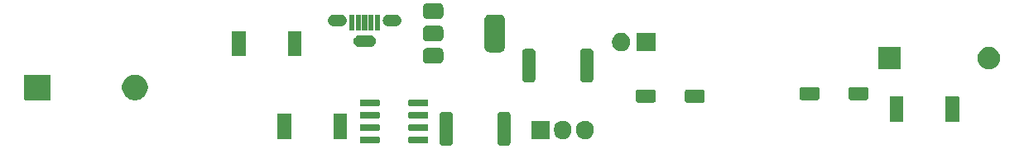
<source format=gbr>
%TF.GenerationSoftware,KiCad,Pcbnew,9.0.0*%
%TF.CreationDate,2025-04-02T18:46:55+01:00*%
%TF.ProjectId,Wireless_power_Transfer,57697265-6c65-4737-935f-706f7765725f,rev?*%
%TF.SameCoordinates,Original*%
%TF.FileFunction,Soldermask,Top*%
%TF.FilePolarity,Negative*%
%FSLAX46Y46*%
G04 Gerber Fmt 4.6, Leading zero omitted, Abs format (unit mm)*
G04 Created by KiCad (PCBNEW 9.0.0) date 2025-04-02 18:46:55*
%MOMM*%
%LPD*%
G01*
G04 APERTURE LIST*
G04 APERTURE END LIST*
G36*
X151006185Y-116032969D02*
G01*
X151014858Y-116036798D01*
X151022425Y-116037901D01*
X151069723Y-116061023D01*
X151107041Y-116077501D01*
X151110496Y-116080956D01*
X151111420Y-116081408D01*
X151181091Y-116151079D01*
X151181542Y-116152002D01*
X151184999Y-116155459D01*
X151201478Y-116192782D01*
X151224598Y-116240073D01*
X151225700Y-116247639D01*
X151229531Y-116256315D01*
X151237500Y-116325000D01*
X151237500Y-119175000D01*
X151229531Y-119243685D01*
X151225699Y-119252361D01*
X151224598Y-119259925D01*
X151201485Y-119307202D01*
X151184999Y-119344541D01*
X151181541Y-119347998D01*
X151181091Y-119348920D01*
X151111420Y-119418591D01*
X151110498Y-119419041D01*
X151107041Y-119422499D01*
X151069707Y-119438983D01*
X151022426Y-119462098D01*
X151014861Y-119463200D01*
X151006185Y-119467031D01*
X150937500Y-119475000D01*
X150212500Y-119475000D01*
X150143815Y-119467031D01*
X150135138Y-119463200D01*
X150127574Y-119462098D01*
X150080287Y-119438981D01*
X150042959Y-119422499D01*
X150039502Y-119419042D01*
X150038579Y-119418591D01*
X149968908Y-119348920D01*
X149968456Y-119347996D01*
X149965001Y-119344541D01*
X149948525Y-119307228D01*
X149925401Y-119259926D01*
X149924298Y-119252357D01*
X149920469Y-119243685D01*
X149912500Y-119175000D01*
X149912500Y-116325000D01*
X149920469Y-116256315D01*
X149924298Y-116247642D01*
X149925401Y-116240074D01*
X149948528Y-116192766D01*
X149965001Y-116155459D01*
X149968455Y-116152004D01*
X149968908Y-116151079D01*
X150038579Y-116081408D01*
X150039504Y-116080955D01*
X150042959Y-116077501D01*
X150080261Y-116061030D01*
X150127573Y-116037901D01*
X150135142Y-116036798D01*
X150143815Y-116032969D01*
X150212500Y-116025000D01*
X150937500Y-116025000D01*
X151006185Y-116032969D01*
G37*
G36*
X156931185Y-116032969D02*
G01*
X156939858Y-116036798D01*
X156947425Y-116037901D01*
X156994723Y-116061023D01*
X157032041Y-116077501D01*
X157035496Y-116080956D01*
X157036420Y-116081408D01*
X157106091Y-116151079D01*
X157106542Y-116152002D01*
X157109999Y-116155459D01*
X157126478Y-116192782D01*
X157149598Y-116240073D01*
X157150700Y-116247639D01*
X157154531Y-116256315D01*
X157162500Y-116325000D01*
X157162500Y-119175000D01*
X157154531Y-119243685D01*
X157150699Y-119252361D01*
X157149598Y-119259925D01*
X157126485Y-119307202D01*
X157109999Y-119344541D01*
X157106541Y-119347998D01*
X157106091Y-119348920D01*
X157036420Y-119418591D01*
X157035498Y-119419041D01*
X157032041Y-119422499D01*
X156994707Y-119438983D01*
X156947426Y-119462098D01*
X156939861Y-119463200D01*
X156931185Y-119467031D01*
X156862500Y-119475000D01*
X156137500Y-119475000D01*
X156068815Y-119467031D01*
X156060138Y-119463200D01*
X156052574Y-119462098D01*
X156005287Y-119438981D01*
X155967959Y-119422499D01*
X155964502Y-119419042D01*
X155963579Y-119418591D01*
X155893908Y-119348920D01*
X155893456Y-119347996D01*
X155890001Y-119344541D01*
X155873525Y-119307228D01*
X155850401Y-119259926D01*
X155849298Y-119252357D01*
X155845469Y-119243685D01*
X155837500Y-119175000D01*
X155837500Y-116325000D01*
X155845469Y-116256315D01*
X155849298Y-116247642D01*
X155850401Y-116240074D01*
X155873528Y-116192766D01*
X155890001Y-116155459D01*
X155893455Y-116152004D01*
X155893908Y-116151079D01*
X155963579Y-116081408D01*
X155964504Y-116080955D01*
X155967959Y-116077501D01*
X156005261Y-116061030D01*
X156052573Y-116037901D01*
X156060142Y-116036798D01*
X156068815Y-116032969D01*
X156137500Y-116025000D01*
X156862500Y-116025000D01*
X156931185Y-116032969D01*
G37*
G36*
X143676537Y-118570224D02*
G01*
X143741421Y-118613579D01*
X143784776Y-118678463D01*
X143800000Y-118755000D01*
X143800000Y-119055000D01*
X143784776Y-119131537D01*
X143741421Y-119196421D01*
X143676537Y-119239776D01*
X143600000Y-119255000D01*
X141950000Y-119255000D01*
X141873463Y-119239776D01*
X141808579Y-119196421D01*
X141765224Y-119131537D01*
X141750000Y-119055000D01*
X141750000Y-118755000D01*
X141765224Y-118678463D01*
X141808579Y-118613579D01*
X141873463Y-118570224D01*
X141950000Y-118555000D01*
X143600000Y-118555000D01*
X143676537Y-118570224D01*
G37*
G36*
X148626537Y-118570224D02*
G01*
X148691421Y-118613579D01*
X148734776Y-118678463D01*
X148750000Y-118755000D01*
X148750000Y-119055000D01*
X148734776Y-119131537D01*
X148691421Y-119196421D01*
X148626537Y-119239776D01*
X148550000Y-119255000D01*
X146900000Y-119255000D01*
X146823463Y-119239776D01*
X146758579Y-119196421D01*
X146715224Y-119131537D01*
X146700000Y-119055000D01*
X146700000Y-118755000D01*
X146715224Y-118678463D01*
X146758579Y-118613579D01*
X146823463Y-118570224D01*
X146900000Y-118555000D01*
X148550000Y-118555000D01*
X148626537Y-118570224D01*
G37*
G36*
X161099134Y-116928806D02*
G01*
X161115355Y-116939645D01*
X161126194Y-116955866D01*
X161130000Y-116975000D01*
X161130000Y-118775000D01*
X161126194Y-118794134D01*
X161115355Y-118810355D01*
X161099134Y-118821194D01*
X161080000Y-118825000D01*
X159370000Y-118825000D01*
X159350866Y-118821194D01*
X159334645Y-118810355D01*
X159323806Y-118794134D01*
X159320000Y-118775000D01*
X159320000Y-116975000D01*
X159323806Y-116955866D01*
X159334645Y-116939645D01*
X159350866Y-116928806D01*
X159370000Y-116925000D01*
X161080000Y-116925000D01*
X161099134Y-116928806D01*
G37*
G36*
X162767708Y-116963969D02*
G01*
X162931614Y-117031861D01*
X163079126Y-117130426D01*
X163204574Y-117255874D01*
X163303139Y-117403386D01*
X163371031Y-117567292D01*
X163405642Y-117741294D01*
X163410000Y-117830000D01*
X163410000Y-117920000D01*
X163405642Y-118008706D01*
X163371031Y-118182708D01*
X163303139Y-118346614D01*
X163204574Y-118494126D01*
X163079126Y-118619574D01*
X162931614Y-118718139D01*
X162767708Y-118786031D01*
X162593706Y-118820642D01*
X162416294Y-118820642D01*
X162242292Y-118786031D01*
X162078386Y-118718139D01*
X161930874Y-118619574D01*
X161805426Y-118494126D01*
X161706861Y-118346614D01*
X161638969Y-118182708D01*
X161604358Y-118008706D01*
X161600000Y-117920000D01*
X161600000Y-117830000D01*
X161604358Y-117741294D01*
X161638969Y-117567292D01*
X161706861Y-117403386D01*
X161805426Y-117255874D01*
X161930874Y-117130426D01*
X162078386Y-117031861D01*
X162242292Y-116963969D01*
X162416294Y-116929358D01*
X162593706Y-116929358D01*
X162767708Y-116963969D01*
G37*
G36*
X165047708Y-116963969D02*
G01*
X165211614Y-117031861D01*
X165359126Y-117130426D01*
X165484574Y-117255874D01*
X165583139Y-117403386D01*
X165651031Y-117567292D01*
X165685642Y-117741294D01*
X165690000Y-117830000D01*
X165690000Y-117920000D01*
X165685642Y-118008706D01*
X165651031Y-118182708D01*
X165583139Y-118346614D01*
X165484574Y-118494126D01*
X165359126Y-118619574D01*
X165211614Y-118718139D01*
X165047708Y-118786031D01*
X164873706Y-118820642D01*
X164696294Y-118820642D01*
X164522292Y-118786031D01*
X164358386Y-118718139D01*
X164210874Y-118619574D01*
X164085426Y-118494126D01*
X163986861Y-118346614D01*
X163918969Y-118182708D01*
X163884358Y-118008706D01*
X163880000Y-117920000D01*
X163880000Y-117830000D01*
X163884358Y-117741294D01*
X163918969Y-117567292D01*
X163986861Y-117403386D01*
X164085426Y-117255874D01*
X164210874Y-117130426D01*
X164358386Y-117031861D01*
X164522292Y-116963969D01*
X164696294Y-116929358D01*
X164873706Y-116929358D01*
X165047708Y-116963969D01*
G37*
G36*
X134719134Y-116203806D02*
G01*
X134735355Y-116214645D01*
X134746194Y-116230866D01*
X134750000Y-116250000D01*
X134750000Y-118750000D01*
X134746194Y-118769134D01*
X134735355Y-118785355D01*
X134719134Y-118796194D01*
X134700000Y-118800000D01*
X133400000Y-118800000D01*
X133380866Y-118796194D01*
X133364645Y-118785355D01*
X133353806Y-118769134D01*
X133350000Y-118750000D01*
X133350000Y-116250000D01*
X133353806Y-116230866D01*
X133364645Y-116214645D01*
X133380866Y-116203806D01*
X133400000Y-116200000D01*
X134700000Y-116200000D01*
X134719134Y-116203806D01*
G37*
G36*
X140419134Y-116203806D02*
G01*
X140435355Y-116214645D01*
X140446194Y-116230866D01*
X140450000Y-116250000D01*
X140450000Y-118750000D01*
X140446194Y-118769134D01*
X140435355Y-118785355D01*
X140419134Y-118796194D01*
X140400000Y-118800000D01*
X139100000Y-118800000D01*
X139080866Y-118796194D01*
X139064645Y-118785355D01*
X139053806Y-118769134D01*
X139050000Y-118750000D01*
X139050000Y-116250000D01*
X139053806Y-116230866D01*
X139064645Y-116214645D01*
X139080866Y-116203806D01*
X139100000Y-116200000D01*
X140400000Y-116200000D01*
X140419134Y-116203806D01*
G37*
G36*
X143676537Y-117300224D02*
G01*
X143741421Y-117343579D01*
X143784776Y-117408463D01*
X143800000Y-117485000D01*
X143800000Y-117785000D01*
X143784776Y-117861537D01*
X143741421Y-117926421D01*
X143676537Y-117969776D01*
X143600000Y-117985000D01*
X141950000Y-117985000D01*
X141873463Y-117969776D01*
X141808579Y-117926421D01*
X141765224Y-117861537D01*
X141750000Y-117785000D01*
X141750000Y-117485000D01*
X141765224Y-117408463D01*
X141808579Y-117343579D01*
X141873463Y-117300224D01*
X141950000Y-117285000D01*
X143600000Y-117285000D01*
X143676537Y-117300224D01*
G37*
G36*
X148626537Y-117300224D02*
G01*
X148691421Y-117343579D01*
X148734776Y-117408463D01*
X148750000Y-117485000D01*
X148750000Y-117785000D01*
X148734776Y-117861537D01*
X148691421Y-117926421D01*
X148626537Y-117969776D01*
X148550000Y-117985000D01*
X146900000Y-117985000D01*
X146823463Y-117969776D01*
X146758579Y-117926421D01*
X146715224Y-117861537D01*
X146700000Y-117785000D01*
X146700000Y-117485000D01*
X146715224Y-117408463D01*
X146758579Y-117343579D01*
X146823463Y-117300224D01*
X146900000Y-117285000D01*
X148550000Y-117285000D01*
X148626537Y-117300224D01*
G37*
G36*
X197319134Y-114453806D02*
G01*
X197335355Y-114464645D01*
X197346194Y-114480866D01*
X197350000Y-114500000D01*
X197350000Y-117000000D01*
X197346194Y-117019134D01*
X197335355Y-117035355D01*
X197319134Y-117046194D01*
X197300000Y-117050000D01*
X196000000Y-117050000D01*
X195980866Y-117046194D01*
X195964645Y-117035355D01*
X195953806Y-117019134D01*
X195950000Y-117000000D01*
X195950000Y-114500000D01*
X195953806Y-114480866D01*
X195964645Y-114464645D01*
X195980866Y-114453806D01*
X196000000Y-114450000D01*
X197300000Y-114450000D01*
X197319134Y-114453806D01*
G37*
G36*
X203019134Y-114453806D02*
G01*
X203035355Y-114464645D01*
X203046194Y-114480866D01*
X203050000Y-114500000D01*
X203050000Y-117000000D01*
X203046194Y-117019134D01*
X203035355Y-117035355D01*
X203019134Y-117046194D01*
X203000000Y-117050000D01*
X201700000Y-117050000D01*
X201680866Y-117046194D01*
X201664645Y-117035355D01*
X201653806Y-117019134D01*
X201650000Y-117000000D01*
X201650000Y-114500000D01*
X201653806Y-114480866D01*
X201664645Y-114464645D01*
X201680866Y-114453806D01*
X201700000Y-114450000D01*
X203000000Y-114450000D01*
X203019134Y-114453806D01*
G37*
G36*
X143676537Y-116030224D02*
G01*
X143741421Y-116073579D01*
X143784776Y-116138463D01*
X143800000Y-116215000D01*
X143800000Y-116515000D01*
X143784776Y-116591537D01*
X143741421Y-116656421D01*
X143676537Y-116699776D01*
X143600000Y-116715000D01*
X141950000Y-116715000D01*
X141873463Y-116699776D01*
X141808579Y-116656421D01*
X141765224Y-116591537D01*
X141750000Y-116515000D01*
X141750000Y-116215000D01*
X141765224Y-116138463D01*
X141808579Y-116073579D01*
X141873463Y-116030224D01*
X141950000Y-116015000D01*
X143600000Y-116015000D01*
X143676537Y-116030224D01*
G37*
G36*
X148626537Y-116030224D02*
G01*
X148691421Y-116073579D01*
X148734776Y-116138463D01*
X148750000Y-116215000D01*
X148750000Y-116515000D01*
X148734776Y-116591537D01*
X148691421Y-116656421D01*
X148626537Y-116699776D01*
X148550000Y-116715000D01*
X146900000Y-116715000D01*
X146823463Y-116699776D01*
X146758579Y-116656421D01*
X146715224Y-116591537D01*
X146700000Y-116515000D01*
X146700000Y-116215000D01*
X146715224Y-116138463D01*
X146758579Y-116073579D01*
X146823463Y-116030224D01*
X146900000Y-116015000D01*
X148550000Y-116015000D01*
X148626537Y-116030224D01*
G37*
G36*
X143676537Y-114760224D02*
G01*
X143741421Y-114803579D01*
X143784776Y-114868463D01*
X143800000Y-114945000D01*
X143800000Y-115245000D01*
X143784776Y-115321537D01*
X143741421Y-115386421D01*
X143676537Y-115429776D01*
X143600000Y-115445000D01*
X141950000Y-115445000D01*
X141873463Y-115429776D01*
X141808579Y-115386421D01*
X141765224Y-115321537D01*
X141750000Y-115245000D01*
X141750000Y-114945000D01*
X141765224Y-114868463D01*
X141808579Y-114803579D01*
X141873463Y-114760224D01*
X141950000Y-114745000D01*
X143600000Y-114745000D01*
X143676537Y-114760224D01*
G37*
G36*
X148626537Y-114760224D02*
G01*
X148691421Y-114803579D01*
X148734776Y-114868463D01*
X148750000Y-114945000D01*
X148750000Y-115245000D01*
X148734776Y-115321537D01*
X148691421Y-115386421D01*
X148626537Y-115429776D01*
X148550000Y-115445000D01*
X146900000Y-115445000D01*
X146823463Y-115429776D01*
X146758579Y-115386421D01*
X146715224Y-115321537D01*
X146700000Y-115245000D01*
X146700000Y-114945000D01*
X146715224Y-114868463D01*
X146758579Y-114803579D01*
X146823463Y-114760224D01*
X146900000Y-114745000D01*
X148550000Y-114745000D01*
X148626537Y-114760224D01*
G37*
G36*
X171766046Y-113715023D02*
G01*
X171815233Y-113720730D01*
X171832039Y-113728150D01*
X171854035Y-113732526D01*
X171877581Y-113748259D01*
X171897425Y-113757021D01*
X171910978Y-113770574D01*
X171932059Y-113784660D01*
X171946144Y-113805740D01*
X171959697Y-113819293D01*
X171968457Y-113839134D01*
X171984193Y-113862684D01*
X171988568Y-113884681D01*
X171995988Y-113901485D01*
X172001692Y-113950661D01*
X172002500Y-113954719D01*
X172002500Y-114843719D01*
X172001692Y-114847777D01*
X171995988Y-114896952D01*
X171988568Y-114913754D01*
X171984193Y-114935754D01*
X171968456Y-114959305D01*
X171959697Y-114979144D01*
X171946146Y-114992694D01*
X171932059Y-115013778D01*
X171910975Y-115027865D01*
X171897425Y-115041416D01*
X171877586Y-115050175D01*
X171854035Y-115065912D01*
X171832035Y-115070287D01*
X171815233Y-115077707D01*
X171766058Y-115083411D01*
X171762000Y-115084219D01*
X170238000Y-115084219D01*
X170233942Y-115083411D01*
X170184766Y-115077707D01*
X170167962Y-115070287D01*
X170145965Y-115065912D01*
X170122415Y-115050176D01*
X170102574Y-115041416D01*
X170089021Y-115027863D01*
X170067941Y-115013778D01*
X170053855Y-114992697D01*
X170040302Y-114979144D01*
X170031540Y-114959300D01*
X170015807Y-114935754D01*
X170011431Y-114913758D01*
X170004011Y-114896952D01*
X169998304Y-114847765D01*
X169997500Y-114843719D01*
X169997500Y-113954719D01*
X169998304Y-113950673D01*
X170004011Y-113901485D01*
X170011432Y-113884677D01*
X170015807Y-113862684D01*
X170031539Y-113839139D01*
X170040302Y-113819293D01*
X170053857Y-113805737D01*
X170067941Y-113784660D01*
X170089018Y-113770576D01*
X170102574Y-113757021D01*
X170122420Y-113748258D01*
X170145965Y-113732526D01*
X170167958Y-113728151D01*
X170184766Y-113720730D01*
X170233954Y-113715023D01*
X170238000Y-113714219D01*
X171762000Y-113714219D01*
X171766046Y-113715023D01*
G37*
G36*
X176766046Y-113715023D02*
G01*
X176815233Y-113720730D01*
X176832039Y-113728150D01*
X176854035Y-113732526D01*
X176877581Y-113748259D01*
X176897425Y-113757021D01*
X176910978Y-113770574D01*
X176932059Y-113784660D01*
X176946144Y-113805740D01*
X176959697Y-113819293D01*
X176968457Y-113839134D01*
X176984193Y-113862684D01*
X176988568Y-113884681D01*
X176995988Y-113901485D01*
X177001692Y-113950661D01*
X177002500Y-113954719D01*
X177002500Y-114843719D01*
X177001692Y-114847777D01*
X176995988Y-114896952D01*
X176988568Y-114913754D01*
X176984193Y-114935754D01*
X176968456Y-114959305D01*
X176959697Y-114979144D01*
X176946146Y-114992694D01*
X176932059Y-115013778D01*
X176910975Y-115027865D01*
X176897425Y-115041416D01*
X176877586Y-115050175D01*
X176854035Y-115065912D01*
X176832035Y-115070287D01*
X176815233Y-115077707D01*
X176766058Y-115083411D01*
X176762000Y-115084219D01*
X175238000Y-115084219D01*
X175233942Y-115083411D01*
X175184766Y-115077707D01*
X175167962Y-115070287D01*
X175145965Y-115065912D01*
X175122415Y-115050176D01*
X175102574Y-115041416D01*
X175089021Y-115027863D01*
X175067941Y-115013778D01*
X175053855Y-114992697D01*
X175040302Y-114979144D01*
X175031540Y-114959300D01*
X175015807Y-114935754D01*
X175011431Y-114913758D01*
X175004011Y-114896952D01*
X174998304Y-114847765D01*
X174997500Y-114843719D01*
X174997500Y-113954719D01*
X174998304Y-113950673D01*
X175004011Y-113901485D01*
X175011432Y-113884677D01*
X175015807Y-113862684D01*
X175031539Y-113839139D01*
X175040302Y-113819293D01*
X175053857Y-113805737D01*
X175067941Y-113784660D01*
X175089018Y-113770576D01*
X175102574Y-113757021D01*
X175122420Y-113748258D01*
X175145965Y-113732526D01*
X175167958Y-113728151D01*
X175184766Y-113720730D01*
X175233954Y-113715023D01*
X175238000Y-113714219D01*
X176762000Y-113714219D01*
X176766046Y-113715023D01*
G37*
G36*
X188516046Y-113465023D02*
G01*
X188565233Y-113470730D01*
X188582039Y-113478150D01*
X188604035Y-113482526D01*
X188627581Y-113498259D01*
X188647425Y-113507021D01*
X188660978Y-113520574D01*
X188682059Y-113534660D01*
X188696144Y-113555740D01*
X188709697Y-113569293D01*
X188718457Y-113589134D01*
X188734193Y-113612684D01*
X188738568Y-113634681D01*
X188745988Y-113651485D01*
X188751692Y-113700661D01*
X188752500Y-113704719D01*
X188752500Y-114593719D01*
X188751692Y-114597777D01*
X188745988Y-114646952D01*
X188738568Y-114663754D01*
X188734193Y-114685754D01*
X188718456Y-114709305D01*
X188709697Y-114729144D01*
X188696146Y-114742694D01*
X188682059Y-114763778D01*
X188660975Y-114777865D01*
X188647425Y-114791416D01*
X188627586Y-114800175D01*
X188604035Y-114815912D01*
X188582035Y-114820287D01*
X188565233Y-114827707D01*
X188516058Y-114833411D01*
X188512000Y-114834219D01*
X186988000Y-114834219D01*
X186983942Y-114833411D01*
X186934766Y-114827707D01*
X186917962Y-114820287D01*
X186895965Y-114815912D01*
X186872415Y-114800176D01*
X186852574Y-114791416D01*
X186839021Y-114777863D01*
X186817941Y-114763778D01*
X186803855Y-114742697D01*
X186790302Y-114729144D01*
X186781540Y-114709300D01*
X186765807Y-114685754D01*
X186761431Y-114663758D01*
X186754011Y-114646952D01*
X186748304Y-114597765D01*
X186747500Y-114593719D01*
X186747500Y-113704719D01*
X186748304Y-113700673D01*
X186754011Y-113651485D01*
X186761432Y-113634677D01*
X186765807Y-113612684D01*
X186781539Y-113589139D01*
X186790302Y-113569293D01*
X186803857Y-113555737D01*
X186817941Y-113534660D01*
X186839018Y-113520576D01*
X186852574Y-113507021D01*
X186872420Y-113498258D01*
X186895965Y-113482526D01*
X186917958Y-113478151D01*
X186934766Y-113470730D01*
X186983954Y-113465023D01*
X186988000Y-113464219D01*
X188512000Y-113464219D01*
X188516046Y-113465023D01*
G37*
G36*
X193516046Y-113465023D02*
G01*
X193565233Y-113470730D01*
X193582039Y-113478150D01*
X193604035Y-113482526D01*
X193627581Y-113498259D01*
X193647425Y-113507021D01*
X193660978Y-113520574D01*
X193682059Y-113534660D01*
X193696144Y-113555740D01*
X193709697Y-113569293D01*
X193718457Y-113589134D01*
X193734193Y-113612684D01*
X193738568Y-113634681D01*
X193745988Y-113651485D01*
X193751692Y-113700661D01*
X193752500Y-113704719D01*
X193752500Y-114593719D01*
X193751692Y-114597777D01*
X193745988Y-114646952D01*
X193738568Y-114663754D01*
X193734193Y-114685754D01*
X193718456Y-114709305D01*
X193709697Y-114729144D01*
X193696146Y-114742694D01*
X193682059Y-114763778D01*
X193660975Y-114777865D01*
X193647425Y-114791416D01*
X193627586Y-114800175D01*
X193604035Y-114815912D01*
X193582035Y-114820287D01*
X193565233Y-114827707D01*
X193516058Y-114833411D01*
X193512000Y-114834219D01*
X191988000Y-114834219D01*
X191983942Y-114833411D01*
X191934766Y-114827707D01*
X191917962Y-114820287D01*
X191895965Y-114815912D01*
X191872415Y-114800176D01*
X191852574Y-114791416D01*
X191839021Y-114777863D01*
X191817941Y-114763778D01*
X191803855Y-114742697D01*
X191790302Y-114729144D01*
X191781540Y-114709300D01*
X191765807Y-114685754D01*
X191761431Y-114663758D01*
X191754011Y-114646952D01*
X191748304Y-114597765D01*
X191747500Y-114593719D01*
X191747500Y-113704719D01*
X191748304Y-113700673D01*
X191754011Y-113651485D01*
X191761432Y-113634677D01*
X191765807Y-113612684D01*
X191781539Y-113589139D01*
X191790302Y-113569293D01*
X191803857Y-113555737D01*
X191817941Y-113534660D01*
X191839018Y-113520576D01*
X191852574Y-113507021D01*
X191872420Y-113498258D01*
X191895965Y-113482526D01*
X191917958Y-113478151D01*
X191934766Y-113470730D01*
X191983954Y-113465023D01*
X191988000Y-113464219D01*
X193512000Y-113464219D01*
X193516046Y-113465023D01*
G37*
G36*
X110056934Y-112183806D02*
G01*
X110073155Y-112194645D01*
X110083994Y-112210866D01*
X110087800Y-112230000D01*
X110087800Y-114770000D01*
X110083994Y-114789134D01*
X110073155Y-114805355D01*
X110056934Y-114816194D01*
X110037800Y-114820000D01*
X107497800Y-114820000D01*
X107478666Y-114816194D01*
X107462445Y-114805355D01*
X107451606Y-114789134D01*
X107447800Y-114770000D01*
X107447800Y-112230000D01*
X107451606Y-112210866D01*
X107462445Y-112194645D01*
X107478666Y-112183806D01*
X107497800Y-112180000D01*
X110037800Y-112180000D01*
X110056934Y-112183806D01*
G37*
G36*
X119058148Y-112216472D02*
G01*
X119255142Y-112280479D01*
X119439698Y-112374515D01*
X119607271Y-112496264D01*
X119753736Y-112642729D01*
X119875485Y-112810302D01*
X119969521Y-112994858D01*
X120033528Y-113191852D01*
X120065931Y-113396434D01*
X120065931Y-113603566D01*
X120033528Y-113808148D01*
X119969521Y-114005142D01*
X119875485Y-114189698D01*
X119753736Y-114357271D01*
X119607271Y-114503736D01*
X119439698Y-114625485D01*
X119255142Y-114719521D01*
X119058148Y-114783528D01*
X118853566Y-114815931D01*
X118646434Y-114815931D01*
X118441852Y-114783528D01*
X118244858Y-114719521D01*
X118060302Y-114625485D01*
X117892729Y-114503736D01*
X117746264Y-114357271D01*
X117624515Y-114189698D01*
X117530479Y-114005142D01*
X117466472Y-113808148D01*
X117434069Y-113603566D01*
X117434069Y-113396434D01*
X117466472Y-113191852D01*
X117530479Y-112994858D01*
X117624515Y-112810302D01*
X117746264Y-112642729D01*
X117892729Y-112496264D01*
X118060302Y-112374515D01*
X118244858Y-112280479D01*
X118441852Y-112216472D01*
X118646434Y-112184069D01*
X118853566Y-112184069D01*
X119058148Y-112216472D01*
G37*
G36*
X159468685Y-109532969D02*
G01*
X159477358Y-109536798D01*
X159484925Y-109537901D01*
X159532223Y-109561023D01*
X159569541Y-109577501D01*
X159572996Y-109580956D01*
X159573920Y-109581408D01*
X159643591Y-109651079D01*
X159644042Y-109652002D01*
X159647499Y-109655459D01*
X159663978Y-109692782D01*
X159687098Y-109740073D01*
X159688200Y-109747639D01*
X159692031Y-109756315D01*
X159700000Y-109825000D01*
X159700000Y-112675000D01*
X159692031Y-112743685D01*
X159688199Y-112752361D01*
X159687098Y-112759925D01*
X159663985Y-112807202D01*
X159647499Y-112844541D01*
X159644041Y-112847998D01*
X159643591Y-112848920D01*
X159573920Y-112918591D01*
X159572998Y-112919041D01*
X159569541Y-112922499D01*
X159532207Y-112938983D01*
X159484926Y-112962098D01*
X159477361Y-112963200D01*
X159468685Y-112967031D01*
X159400000Y-112975000D01*
X158675000Y-112975000D01*
X158606315Y-112967031D01*
X158597638Y-112963200D01*
X158590074Y-112962098D01*
X158542787Y-112938981D01*
X158505459Y-112922499D01*
X158502002Y-112919042D01*
X158501079Y-112918591D01*
X158431408Y-112848920D01*
X158430956Y-112847996D01*
X158427501Y-112844541D01*
X158411025Y-112807228D01*
X158387901Y-112759926D01*
X158386798Y-112752357D01*
X158382969Y-112743685D01*
X158375000Y-112675000D01*
X158375000Y-109825000D01*
X158382969Y-109756315D01*
X158386798Y-109747642D01*
X158387901Y-109740074D01*
X158411028Y-109692766D01*
X158427501Y-109655459D01*
X158430955Y-109652004D01*
X158431408Y-109651079D01*
X158501079Y-109581408D01*
X158502004Y-109580955D01*
X158505459Y-109577501D01*
X158542761Y-109561030D01*
X158590073Y-109537901D01*
X158597642Y-109536798D01*
X158606315Y-109532969D01*
X158675000Y-109525000D01*
X159400000Y-109525000D01*
X159468685Y-109532969D01*
G37*
G36*
X165393685Y-109532969D02*
G01*
X165402358Y-109536798D01*
X165409925Y-109537901D01*
X165457223Y-109561023D01*
X165494541Y-109577501D01*
X165497996Y-109580956D01*
X165498920Y-109581408D01*
X165568591Y-109651079D01*
X165569042Y-109652002D01*
X165572499Y-109655459D01*
X165588978Y-109692782D01*
X165612098Y-109740073D01*
X165613200Y-109747639D01*
X165617031Y-109756315D01*
X165625000Y-109825000D01*
X165625000Y-112675000D01*
X165617031Y-112743685D01*
X165613199Y-112752361D01*
X165612098Y-112759925D01*
X165588985Y-112807202D01*
X165572499Y-112844541D01*
X165569041Y-112847998D01*
X165568591Y-112848920D01*
X165498920Y-112918591D01*
X165497998Y-112919041D01*
X165494541Y-112922499D01*
X165457207Y-112938983D01*
X165409926Y-112962098D01*
X165402361Y-112963200D01*
X165393685Y-112967031D01*
X165325000Y-112975000D01*
X164600000Y-112975000D01*
X164531315Y-112967031D01*
X164522638Y-112963200D01*
X164515074Y-112962098D01*
X164467787Y-112938981D01*
X164430459Y-112922499D01*
X164427002Y-112919042D01*
X164426079Y-112918591D01*
X164356408Y-112848920D01*
X164355956Y-112847996D01*
X164352501Y-112844541D01*
X164336025Y-112807228D01*
X164312901Y-112759926D01*
X164311798Y-112752357D01*
X164307969Y-112743685D01*
X164300000Y-112675000D01*
X164300000Y-109825000D01*
X164307969Y-109756315D01*
X164311798Y-109747642D01*
X164312901Y-109740074D01*
X164336028Y-109692766D01*
X164352501Y-109655459D01*
X164355955Y-109652004D01*
X164356408Y-109651079D01*
X164426079Y-109581408D01*
X164427004Y-109580955D01*
X164430459Y-109577501D01*
X164467761Y-109561030D01*
X164515073Y-109537901D01*
X164522642Y-109536798D01*
X164531315Y-109532969D01*
X164600000Y-109525000D01*
X165325000Y-109525000D01*
X165393685Y-109532969D01*
G37*
G36*
X197039134Y-109353806D02*
G01*
X197055355Y-109364645D01*
X197066194Y-109380866D01*
X197070000Y-109400000D01*
X197070000Y-111600000D01*
X197066194Y-111619134D01*
X197055355Y-111635355D01*
X197039134Y-111646194D01*
X197020000Y-111650000D01*
X194820000Y-111650000D01*
X194800866Y-111646194D01*
X194784645Y-111635355D01*
X194773806Y-111619134D01*
X194770000Y-111600000D01*
X194770000Y-109400000D01*
X194773806Y-109380866D01*
X194784645Y-109364645D01*
X194800866Y-109353806D01*
X194820000Y-109350000D01*
X197020000Y-109350000D01*
X197039134Y-109353806D01*
G37*
G36*
X206348462Y-109381775D02*
G01*
X206520086Y-109437539D01*
X206680873Y-109519464D01*
X206826865Y-109625533D01*
X206954467Y-109753135D01*
X207060536Y-109899127D01*
X207142461Y-110059914D01*
X207198225Y-110231538D01*
X207226455Y-110409772D01*
X207226455Y-110590228D01*
X207198225Y-110768462D01*
X207142461Y-110940086D01*
X207060536Y-111100873D01*
X206954467Y-111246865D01*
X206826865Y-111374467D01*
X206680873Y-111480536D01*
X206520086Y-111562461D01*
X206348462Y-111618225D01*
X206170228Y-111646455D01*
X205989772Y-111646455D01*
X205811538Y-111618225D01*
X205639914Y-111562461D01*
X205479127Y-111480536D01*
X205333135Y-111374467D01*
X205205533Y-111246865D01*
X205099464Y-111100873D01*
X205017539Y-110940086D01*
X204961775Y-110768462D01*
X204933545Y-110590228D01*
X204933545Y-110409772D01*
X204961775Y-110231538D01*
X205017539Y-110059914D01*
X205099464Y-109899127D01*
X205205533Y-109753135D01*
X205333135Y-109625533D01*
X205479127Y-109519464D01*
X205639914Y-109437539D01*
X205811538Y-109381775D01*
X205989772Y-109353545D01*
X206170228Y-109353545D01*
X206348462Y-109381775D01*
G37*
G36*
X149880672Y-109450898D02*
G01*
X149964379Y-109459897D01*
X149984227Y-109467299D01*
X150006332Y-109470801D01*
X150041070Y-109488501D01*
X150078437Y-109502438D01*
X150099779Y-109518414D01*
X150124809Y-109531168D01*
X150148610Y-109554969D01*
X150175157Y-109574842D01*
X150195029Y-109601388D01*
X150218832Y-109625191D01*
X150231585Y-109650221D01*
X150247561Y-109671562D01*
X150261496Y-109708924D01*
X150279199Y-109743668D01*
X150282700Y-109765775D01*
X150290102Y-109785620D01*
X150299098Y-109869309D01*
X150300000Y-109875000D01*
X150300000Y-110625000D01*
X150299098Y-110630692D01*
X150290102Y-110714379D01*
X150282700Y-110734222D01*
X150279199Y-110756332D01*
X150261495Y-110791077D01*
X150247561Y-110828437D01*
X150231587Y-110849775D01*
X150218832Y-110874809D01*
X150195026Y-110898614D01*
X150175157Y-110925157D01*
X150148614Y-110945026D01*
X150124809Y-110968832D01*
X150099775Y-110981587D01*
X150078437Y-110997561D01*
X150041077Y-111011495D01*
X150006332Y-111029199D01*
X149984222Y-111032700D01*
X149964379Y-111040102D01*
X149880692Y-111049098D01*
X149875000Y-111050000D01*
X148625000Y-111050000D01*
X148619309Y-111049098D01*
X148535620Y-111040102D01*
X148515775Y-111032700D01*
X148493668Y-111029199D01*
X148458924Y-111011496D01*
X148421562Y-110997561D01*
X148400221Y-110981585D01*
X148375191Y-110968832D01*
X148351388Y-110945029D01*
X148324842Y-110925157D01*
X148304969Y-110898610D01*
X148281168Y-110874809D01*
X148268414Y-110849779D01*
X148252438Y-110828437D01*
X148238501Y-110791070D01*
X148220801Y-110756332D01*
X148217299Y-110734227D01*
X148209897Y-110714379D01*
X148200898Y-110630672D01*
X148200000Y-110625000D01*
X148200000Y-109875000D01*
X148200898Y-109869329D01*
X148209897Y-109785620D01*
X148217300Y-109765770D01*
X148220801Y-109743668D01*
X148238499Y-109708932D01*
X148252438Y-109671562D01*
X148268416Y-109650217D01*
X148281168Y-109625191D01*
X148304966Y-109601392D01*
X148324842Y-109574842D01*
X148351392Y-109554966D01*
X148375191Y-109531168D01*
X148400217Y-109518416D01*
X148421562Y-109502438D01*
X148458932Y-109488499D01*
X148493668Y-109470801D01*
X148515770Y-109467300D01*
X148535620Y-109459897D01*
X148619329Y-109450898D01*
X148625000Y-109450000D01*
X149875000Y-109450000D01*
X149880672Y-109450898D01*
G37*
G36*
X130069134Y-107703806D02*
G01*
X130085355Y-107714645D01*
X130096194Y-107730866D01*
X130100000Y-107750000D01*
X130100000Y-110250000D01*
X130096194Y-110269134D01*
X130085355Y-110285355D01*
X130069134Y-110296194D01*
X130050000Y-110300000D01*
X128750000Y-110300000D01*
X128730866Y-110296194D01*
X128714645Y-110285355D01*
X128703806Y-110269134D01*
X128700000Y-110250000D01*
X128700000Y-107750000D01*
X128703806Y-107730866D01*
X128714645Y-107714645D01*
X128730866Y-107703806D01*
X128750000Y-107700000D01*
X130050000Y-107700000D01*
X130069134Y-107703806D01*
G37*
G36*
X135769134Y-107703806D02*
G01*
X135785355Y-107714645D01*
X135796194Y-107730866D01*
X135800000Y-107750000D01*
X135800000Y-110250000D01*
X135796194Y-110269134D01*
X135785355Y-110285355D01*
X135769134Y-110296194D01*
X135750000Y-110300000D01*
X134450000Y-110300000D01*
X134430866Y-110296194D01*
X134414645Y-110285355D01*
X134403806Y-110269134D01*
X134400000Y-110250000D01*
X134400000Y-107750000D01*
X134403806Y-107730866D01*
X134414645Y-107714645D01*
X134430866Y-107703806D01*
X134450000Y-107700000D01*
X135750000Y-107700000D01*
X135769134Y-107703806D01*
G37*
G36*
X156180220Y-106015638D02*
G01*
X156187589Y-106018544D01*
X156192237Y-106019156D01*
X156253683Y-106044608D01*
X156319561Y-106070587D01*
X156323364Y-106073471D01*
X156324783Y-106074059D01*
X156378966Y-106115635D01*
X156438909Y-106161091D01*
X156484383Y-106221058D01*
X156525940Y-106275216D01*
X156526527Y-106276633D01*
X156529413Y-106280439D01*
X156555403Y-106346346D01*
X156580843Y-106407762D01*
X156581454Y-106412407D01*
X156584362Y-106419780D01*
X156600000Y-106550000D01*
X156600000Y-109350000D01*
X156584362Y-109480220D01*
X156581454Y-109487593D01*
X156580843Y-109492237D01*
X156555411Y-109553632D01*
X156529413Y-109619561D01*
X156526526Y-109623367D01*
X156525940Y-109624783D01*
X156484448Y-109678855D01*
X156438909Y-109738909D01*
X156378855Y-109784448D01*
X156324783Y-109825940D01*
X156323367Y-109826526D01*
X156319561Y-109829413D01*
X156253632Y-109855411D01*
X156192237Y-109880843D01*
X156187593Y-109881454D01*
X156180220Y-109884362D01*
X156050000Y-109900000D01*
X155050000Y-109900000D01*
X154919780Y-109884362D01*
X154912407Y-109881454D01*
X154907762Y-109880843D01*
X154846346Y-109855403D01*
X154780439Y-109829413D01*
X154776633Y-109826527D01*
X154775216Y-109825940D01*
X154721058Y-109784383D01*
X154661091Y-109738909D01*
X154615635Y-109678966D01*
X154574059Y-109624783D01*
X154573471Y-109623364D01*
X154570587Y-109619561D01*
X154544608Y-109553683D01*
X154519156Y-109492237D01*
X154518544Y-109487589D01*
X154515638Y-109480220D01*
X154500000Y-109350000D01*
X154500000Y-106550000D01*
X154515638Y-106419780D01*
X154518543Y-106412410D01*
X154519156Y-106407762D01*
X154544616Y-106346296D01*
X154570587Y-106280439D01*
X154573470Y-106276636D01*
X154574059Y-106275216D01*
X154615700Y-106220947D01*
X154661091Y-106161091D01*
X154720947Y-106115700D01*
X154775216Y-106074059D01*
X154776636Y-106073470D01*
X154780439Y-106070587D01*
X154846296Y-106044616D01*
X154907762Y-106019156D01*
X154912410Y-106018543D01*
X154919780Y-106015638D01*
X155050000Y-106000000D01*
X156050000Y-106000000D01*
X156180220Y-106015638D01*
G37*
G36*
X171939134Y-107888806D02*
G01*
X171955355Y-107899645D01*
X171966194Y-107915866D01*
X171970000Y-107935000D01*
X171970000Y-109735000D01*
X171966194Y-109754134D01*
X171955355Y-109770355D01*
X171939134Y-109781194D01*
X171920000Y-109785000D01*
X170120000Y-109785000D01*
X170100866Y-109781194D01*
X170084645Y-109770355D01*
X170073806Y-109754134D01*
X170070000Y-109735000D01*
X170070000Y-107935000D01*
X170073806Y-107915866D01*
X170084645Y-107899645D01*
X170100866Y-107888806D01*
X170120000Y-107885000D01*
X171920000Y-107885000D01*
X171939134Y-107888806D01*
G37*
G36*
X168755770Y-107925907D02*
G01*
X168927827Y-107997175D01*
X169082674Y-108100640D01*
X169214360Y-108232326D01*
X169317825Y-108387173D01*
X169389093Y-108559230D01*
X169425425Y-108741884D01*
X169425425Y-108928116D01*
X169389093Y-109110770D01*
X169317825Y-109282827D01*
X169214360Y-109437674D01*
X169082674Y-109569360D01*
X168927827Y-109672825D01*
X168755770Y-109744093D01*
X168573116Y-109780425D01*
X168386884Y-109780425D01*
X168204230Y-109744093D01*
X168032173Y-109672825D01*
X167877326Y-109569360D01*
X167745640Y-109437674D01*
X167642175Y-109282827D01*
X167570907Y-109110770D01*
X167534575Y-108928116D01*
X167534575Y-108741884D01*
X167570907Y-108559230D01*
X167642175Y-108387173D01*
X167745640Y-108232326D01*
X167877326Y-108100640D01*
X168032173Y-107997175D01*
X168204230Y-107925907D01*
X168386884Y-107889575D01*
X168573116Y-107889575D01*
X168755770Y-107925907D01*
G37*
G36*
X142803686Y-108150241D02*
G01*
X142857577Y-108152889D01*
X142864210Y-108154208D01*
X142878316Y-108155133D01*
X142905562Y-108162433D01*
X142974099Y-108176066D01*
X143006448Y-108189465D01*
X143029610Y-108195672D01*
X143050377Y-108207662D01*
X143082722Y-108221060D01*
X143140816Y-108259877D01*
X143165257Y-108273988D01*
X143171946Y-108280677D01*
X143180481Y-108286380D01*
X143263619Y-108369518D01*
X143269321Y-108378052D01*
X143276012Y-108384743D01*
X143290124Y-108409186D01*
X143328939Y-108467277D01*
X143342335Y-108499618D01*
X143354328Y-108520390D01*
X143360535Y-108543555D01*
X143373933Y-108575900D01*
X143387565Y-108644433D01*
X143394867Y-108671684D01*
X143394867Y-108681141D01*
X143396870Y-108691211D01*
X143396870Y-108808788D01*
X143394867Y-108818857D01*
X143394867Y-108828316D01*
X143387564Y-108855569D01*
X143373933Y-108924099D01*
X143360535Y-108956441D01*
X143354328Y-108979610D01*
X143342334Y-109000383D01*
X143328939Y-109032722D01*
X143290128Y-109090805D01*
X143276012Y-109115257D01*
X143269319Y-109121949D01*
X143263619Y-109130481D01*
X143180481Y-109213619D01*
X143171949Y-109219319D01*
X143165257Y-109226012D01*
X143140805Y-109240128D01*
X143082722Y-109278939D01*
X143050383Y-109292334D01*
X143029610Y-109304328D01*
X143006441Y-109310535D01*
X142974099Y-109323933D01*
X142905576Y-109337562D01*
X142878316Y-109344867D01*
X142864203Y-109345791D01*
X142857577Y-109347110D01*
X142803691Y-109349758D01*
X142800000Y-109350000D01*
X142798768Y-109350000D01*
X141701232Y-109350000D01*
X141700000Y-109350000D01*
X141696308Y-109349758D01*
X141642422Y-109347110D01*
X141635795Y-109345791D01*
X141621684Y-109344867D01*
X141594426Y-109337563D01*
X141525900Y-109323933D01*
X141493555Y-109310535D01*
X141470390Y-109304328D01*
X141449618Y-109292335D01*
X141417277Y-109278939D01*
X141359186Y-109240124D01*
X141334743Y-109226012D01*
X141328052Y-109219321D01*
X141319518Y-109213619D01*
X141236380Y-109130481D01*
X141230677Y-109121946D01*
X141223988Y-109115257D01*
X141209877Y-109090816D01*
X141171060Y-109032722D01*
X141157662Y-109000377D01*
X141145672Y-108979610D01*
X141139465Y-108956448D01*
X141126066Y-108924099D01*
X141112433Y-108855563D01*
X141105133Y-108828316D01*
X141105133Y-108818858D01*
X141103130Y-108808788D01*
X141103130Y-108691211D01*
X141105133Y-108681140D01*
X141105133Y-108671684D01*
X141112433Y-108644439D01*
X141126066Y-108575900D01*
X141139466Y-108543548D01*
X141145672Y-108520390D01*
X141157660Y-108499624D01*
X141171060Y-108467277D01*
X141209881Y-108409175D01*
X141223988Y-108384743D01*
X141230675Y-108378055D01*
X141236380Y-108369518D01*
X141319518Y-108286380D01*
X141328055Y-108280675D01*
X141334743Y-108273988D01*
X141359175Y-108259881D01*
X141417277Y-108221060D01*
X141449624Y-108207660D01*
X141470390Y-108195672D01*
X141493548Y-108189466D01*
X141525900Y-108176066D01*
X141594440Y-108162432D01*
X141621684Y-108155133D01*
X141635787Y-108154208D01*
X141642422Y-108152889D01*
X141696313Y-108150241D01*
X141700000Y-108150000D01*
X142800000Y-108150000D01*
X142803686Y-108150241D01*
G37*
G36*
X149880672Y-107150898D02*
G01*
X149964379Y-107159897D01*
X149984227Y-107167299D01*
X150006332Y-107170801D01*
X150041070Y-107188501D01*
X150078437Y-107202438D01*
X150099779Y-107218414D01*
X150124809Y-107231168D01*
X150148610Y-107254969D01*
X150175157Y-107274842D01*
X150195029Y-107301388D01*
X150218832Y-107325191D01*
X150231585Y-107350221D01*
X150247561Y-107371562D01*
X150261496Y-107408924D01*
X150279199Y-107443668D01*
X150282700Y-107465775D01*
X150290102Y-107485620D01*
X150299098Y-107569309D01*
X150300000Y-107575000D01*
X150300000Y-108325000D01*
X150299098Y-108330692D01*
X150290102Y-108414379D01*
X150282700Y-108434222D01*
X150279199Y-108456332D01*
X150261495Y-108491077D01*
X150247561Y-108528437D01*
X150231587Y-108549775D01*
X150218832Y-108574809D01*
X150195026Y-108598614D01*
X150175157Y-108625157D01*
X150148614Y-108645026D01*
X150124809Y-108668832D01*
X150099775Y-108681587D01*
X150078437Y-108697561D01*
X150041077Y-108711495D01*
X150006332Y-108729199D01*
X149984222Y-108732700D01*
X149964379Y-108740102D01*
X149880692Y-108749098D01*
X149875000Y-108750000D01*
X148625000Y-108750000D01*
X148619309Y-108749098D01*
X148535620Y-108740102D01*
X148515775Y-108732700D01*
X148493668Y-108729199D01*
X148458924Y-108711496D01*
X148421562Y-108697561D01*
X148400221Y-108681585D01*
X148375191Y-108668832D01*
X148351388Y-108645029D01*
X148324842Y-108625157D01*
X148304969Y-108598610D01*
X148281168Y-108574809D01*
X148268414Y-108549779D01*
X148252438Y-108528437D01*
X148238501Y-108491070D01*
X148220801Y-108456332D01*
X148217299Y-108434227D01*
X148209897Y-108414379D01*
X148200898Y-108330672D01*
X148200000Y-108325000D01*
X148200000Y-107575000D01*
X148200898Y-107569329D01*
X148209897Y-107485620D01*
X148217300Y-107465770D01*
X148220801Y-107443668D01*
X148238499Y-107408932D01*
X148252438Y-107371562D01*
X148268416Y-107350217D01*
X148281168Y-107325191D01*
X148304966Y-107301392D01*
X148324842Y-107274842D01*
X148351392Y-107254966D01*
X148375191Y-107231168D01*
X148400217Y-107218416D01*
X148421562Y-107202438D01*
X148458932Y-107188499D01*
X148493668Y-107170801D01*
X148515770Y-107167300D01*
X148535620Y-107159897D01*
X148619329Y-107150898D01*
X148625000Y-107150000D01*
X149875000Y-107150000D01*
X149880672Y-107150898D01*
G37*
G36*
X141194134Y-106053806D02*
G01*
X141210355Y-106064645D01*
X141221194Y-106080866D01*
X141225000Y-106100000D01*
X141225000Y-107600000D01*
X141221194Y-107619134D01*
X141210355Y-107635355D01*
X141194134Y-107646194D01*
X141175000Y-107650000D01*
X140725000Y-107650000D01*
X140705866Y-107646194D01*
X140689645Y-107635355D01*
X140678806Y-107619134D01*
X140675000Y-107600000D01*
X140675000Y-106100000D01*
X140678806Y-106080866D01*
X140689645Y-106064645D01*
X140705866Y-106053806D01*
X140725000Y-106050000D01*
X141175000Y-106050000D01*
X141194134Y-106053806D01*
G37*
G36*
X141844134Y-106053806D02*
G01*
X141860355Y-106064645D01*
X141871194Y-106080866D01*
X141875000Y-106100000D01*
X141875000Y-107600000D01*
X141871194Y-107619134D01*
X141860355Y-107635355D01*
X141844134Y-107646194D01*
X141825000Y-107650000D01*
X141375000Y-107650000D01*
X141355866Y-107646194D01*
X141339645Y-107635355D01*
X141328806Y-107619134D01*
X141325000Y-107600000D01*
X141325000Y-106100000D01*
X141328806Y-106080866D01*
X141339645Y-106064645D01*
X141355866Y-106053806D01*
X141375000Y-106050000D01*
X141825000Y-106050000D01*
X141844134Y-106053806D01*
G37*
G36*
X142494134Y-106053806D02*
G01*
X142510355Y-106064645D01*
X142521194Y-106080866D01*
X142525000Y-106100000D01*
X142525000Y-107600000D01*
X142521194Y-107619134D01*
X142510355Y-107635355D01*
X142494134Y-107646194D01*
X142475000Y-107650000D01*
X142025000Y-107650000D01*
X142005866Y-107646194D01*
X141989645Y-107635355D01*
X141978806Y-107619134D01*
X141975000Y-107600000D01*
X141975000Y-106100000D01*
X141978806Y-106080866D01*
X141989645Y-106064645D01*
X142005866Y-106053806D01*
X142025000Y-106050000D01*
X142475000Y-106050000D01*
X142494134Y-106053806D01*
G37*
G36*
X143144134Y-106053806D02*
G01*
X143160355Y-106064645D01*
X143171194Y-106080866D01*
X143175000Y-106100000D01*
X143175000Y-107600000D01*
X143171194Y-107619134D01*
X143160355Y-107635355D01*
X143144134Y-107646194D01*
X143125000Y-107650000D01*
X142675000Y-107650000D01*
X142655866Y-107646194D01*
X142639645Y-107635355D01*
X142628806Y-107619134D01*
X142625000Y-107600000D01*
X142625000Y-106100000D01*
X142628806Y-106080866D01*
X142639645Y-106064645D01*
X142655866Y-106053806D01*
X142675000Y-106050000D01*
X143125000Y-106050000D01*
X143144134Y-106053806D01*
G37*
G36*
X143794134Y-106053806D02*
G01*
X143810355Y-106064645D01*
X143821194Y-106080866D01*
X143825000Y-106100000D01*
X143825000Y-107600000D01*
X143821194Y-107619134D01*
X143810355Y-107635355D01*
X143794134Y-107646194D01*
X143775000Y-107650000D01*
X143325000Y-107650000D01*
X143305866Y-107646194D01*
X143289645Y-107635355D01*
X143278806Y-107619134D01*
X143275000Y-107600000D01*
X143275000Y-106100000D01*
X143278806Y-106080866D01*
X143289645Y-106064645D01*
X143305866Y-106053806D01*
X143325000Y-106050000D01*
X143775000Y-106050000D01*
X143794134Y-106053806D01*
G37*
G36*
X139803686Y-106000241D02*
G01*
X139857577Y-106002889D01*
X139864210Y-106004208D01*
X139878316Y-106005133D01*
X139905562Y-106012433D01*
X139974099Y-106026066D01*
X140006448Y-106039465D01*
X140029610Y-106045672D01*
X140050377Y-106057662D01*
X140082722Y-106071060D01*
X140140816Y-106109877D01*
X140165257Y-106123988D01*
X140171946Y-106130677D01*
X140180481Y-106136380D01*
X140263619Y-106219518D01*
X140269321Y-106228052D01*
X140276012Y-106234743D01*
X140290124Y-106259186D01*
X140328939Y-106317277D01*
X140342335Y-106349618D01*
X140354328Y-106370390D01*
X140360535Y-106393555D01*
X140373933Y-106425900D01*
X140387565Y-106494433D01*
X140394867Y-106521684D01*
X140394867Y-106531141D01*
X140396870Y-106541211D01*
X140396870Y-106658788D01*
X140394867Y-106668857D01*
X140394867Y-106678316D01*
X140387564Y-106705569D01*
X140373933Y-106774099D01*
X140360535Y-106806441D01*
X140354328Y-106829610D01*
X140342334Y-106850383D01*
X140328939Y-106882722D01*
X140290128Y-106940805D01*
X140276012Y-106965257D01*
X140269319Y-106971949D01*
X140263619Y-106980481D01*
X140180481Y-107063619D01*
X140171949Y-107069319D01*
X140165257Y-107076012D01*
X140140805Y-107090128D01*
X140082722Y-107128939D01*
X140050383Y-107142334D01*
X140029610Y-107154328D01*
X140006441Y-107160535D01*
X139974099Y-107173933D01*
X139905576Y-107187562D01*
X139878316Y-107194867D01*
X139864203Y-107195791D01*
X139857577Y-107197110D01*
X139803691Y-107199758D01*
X139800000Y-107200000D01*
X139798768Y-107200000D01*
X139101232Y-107200000D01*
X139100000Y-107200000D01*
X139096308Y-107199758D01*
X139042422Y-107197110D01*
X139035795Y-107195791D01*
X139021684Y-107194867D01*
X138994426Y-107187563D01*
X138925900Y-107173933D01*
X138893555Y-107160535D01*
X138870390Y-107154328D01*
X138849618Y-107142335D01*
X138817277Y-107128939D01*
X138759186Y-107090124D01*
X138734743Y-107076012D01*
X138728052Y-107069321D01*
X138719518Y-107063619D01*
X138636380Y-106980481D01*
X138630677Y-106971946D01*
X138623988Y-106965257D01*
X138609877Y-106940816D01*
X138571060Y-106882722D01*
X138557662Y-106850377D01*
X138545672Y-106829610D01*
X138539465Y-106806448D01*
X138526066Y-106774099D01*
X138512433Y-106705563D01*
X138505133Y-106678316D01*
X138505133Y-106668858D01*
X138503130Y-106658788D01*
X138503130Y-106541211D01*
X138505133Y-106531140D01*
X138505133Y-106521684D01*
X138512433Y-106494439D01*
X138526066Y-106425900D01*
X138539466Y-106393548D01*
X138545672Y-106370390D01*
X138557660Y-106349624D01*
X138571060Y-106317277D01*
X138609881Y-106259175D01*
X138623988Y-106234743D01*
X138630675Y-106228055D01*
X138636380Y-106219518D01*
X138719518Y-106136380D01*
X138728055Y-106130675D01*
X138734743Y-106123988D01*
X138759175Y-106109881D01*
X138817277Y-106071060D01*
X138849624Y-106057660D01*
X138870390Y-106045672D01*
X138893548Y-106039466D01*
X138925900Y-106026066D01*
X138994440Y-106012432D01*
X139021684Y-106005133D01*
X139035787Y-106004208D01*
X139042422Y-106002889D01*
X139096313Y-106000241D01*
X139100000Y-106000000D01*
X139800000Y-106000000D01*
X139803686Y-106000241D01*
G37*
G36*
X145403686Y-106000241D02*
G01*
X145457577Y-106002889D01*
X145464210Y-106004208D01*
X145478316Y-106005133D01*
X145505562Y-106012433D01*
X145574099Y-106026066D01*
X145606448Y-106039465D01*
X145629610Y-106045672D01*
X145650377Y-106057662D01*
X145682722Y-106071060D01*
X145740816Y-106109877D01*
X145765257Y-106123988D01*
X145771946Y-106130677D01*
X145780481Y-106136380D01*
X145863619Y-106219518D01*
X145869321Y-106228052D01*
X145876012Y-106234743D01*
X145890124Y-106259186D01*
X145928939Y-106317277D01*
X145942335Y-106349618D01*
X145954328Y-106370390D01*
X145960535Y-106393555D01*
X145973933Y-106425900D01*
X145987565Y-106494433D01*
X145994867Y-106521684D01*
X145994867Y-106531141D01*
X145996870Y-106541211D01*
X145996870Y-106658788D01*
X145994867Y-106668857D01*
X145994867Y-106678316D01*
X145987564Y-106705569D01*
X145973933Y-106774099D01*
X145960535Y-106806441D01*
X145954328Y-106829610D01*
X145942334Y-106850383D01*
X145928939Y-106882722D01*
X145890128Y-106940805D01*
X145876012Y-106965257D01*
X145869319Y-106971949D01*
X145863619Y-106980481D01*
X145780481Y-107063619D01*
X145771949Y-107069319D01*
X145765257Y-107076012D01*
X145740805Y-107090128D01*
X145682722Y-107128939D01*
X145650383Y-107142334D01*
X145629610Y-107154328D01*
X145606441Y-107160535D01*
X145574099Y-107173933D01*
X145505576Y-107187562D01*
X145478316Y-107194867D01*
X145464203Y-107195791D01*
X145457577Y-107197110D01*
X145403691Y-107199758D01*
X145400000Y-107200000D01*
X145398768Y-107200000D01*
X144701232Y-107200000D01*
X144700000Y-107200000D01*
X144696308Y-107199758D01*
X144642422Y-107197110D01*
X144635795Y-107195791D01*
X144621684Y-107194867D01*
X144594426Y-107187563D01*
X144525900Y-107173933D01*
X144493555Y-107160535D01*
X144470390Y-107154328D01*
X144449618Y-107142335D01*
X144417277Y-107128939D01*
X144359186Y-107090124D01*
X144334743Y-107076012D01*
X144328052Y-107069321D01*
X144319518Y-107063619D01*
X144236380Y-106980481D01*
X144230677Y-106971946D01*
X144223988Y-106965257D01*
X144209877Y-106940816D01*
X144171060Y-106882722D01*
X144157662Y-106850377D01*
X144145672Y-106829610D01*
X144139465Y-106806448D01*
X144126066Y-106774099D01*
X144112433Y-106705563D01*
X144105133Y-106678316D01*
X144105133Y-106668858D01*
X144103130Y-106658788D01*
X144103130Y-106541211D01*
X144105133Y-106531140D01*
X144105133Y-106521684D01*
X144112433Y-106494439D01*
X144126066Y-106425900D01*
X144139466Y-106393548D01*
X144145672Y-106370390D01*
X144157660Y-106349624D01*
X144171060Y-106317277D01*
X144209881Y-106259175D01*
X144223988Y-106234743D01*
X144230675Y-106228055D01*
X144236380Y-106219518D01*
X144319518Y-106136380D01*
X144328055Y-106130675D01*
X144334743Y-106123988D01*
X144359175Y-106109881D01*
X144417277Y-106071060D01*
X144449624Y-106057660D01*
X144470390Y-106045672D01*
X144493548Y-106039466D01*
X144525900Y-106026066D01*
X144594440Y-106012432D01*
X144621684Y-106005133D01*
X144635787Y-106004208D01*
X144642422Y-106002889D01*
X144696313Y-106000241D01*
X144700000Y-106000000D01*
X145400000Y-106000000D01*
X145403686Y-106000241D01*
G37*
G36*
X149880672Y-104850898D02*
G01*
X149964379Y-104859897D01*
X149984227Y-104867299D01*
X150006332Y-104870801D01*
X150041070Y-104888501D01*
X150078437Y-104902438D01*
X150099779Y-104918414D01*
X150124809Y-104931168D01*
X150148610Y-104954969D01*
X150175157Y-104974842D01*
X150195029Y-105001388D01*
X150218832Y-105025191D01*
X150231585Y-105050221D01*
X150247561Y-105071562D01*
X150261496Y-105108924D01*
X150279199Y-105143668D01*
X150282700Y-105165775D01*
X150290102Y-105185620D01*
X150299098Y-105269309D01*
X150300000Y-105275000D01*
X150300000Y-106025000D01*
X150299098Y-106030692D01*
X150290102Y-106114379D01*
X150282700Y-106134222D01*
X150279199Y-106156332D01*
X150261495Y-106191077D01*
X150247561Y-106228437D01*
X150231587Y-106249775D01*
X150218832Y-106274809D01*
X150195026Y-106298614D01*
X150175157Y-106325157D01*
X150148614Y-106345026D01*
X150124809Y-106368832D01*
X150099775Y-106381587D01*
X150078437Y-106397561D01*
X150041077Y-106411495D01*
X150006332Y-106429199D01*
X149984222Y-106432700D01*
X149964379Y-106440102D01*
X149880692Y-106449098D01*
X149875000Y-106450000D01*
X148625000Y-106450000D01*
X148619309Y-106449098D01*
X148535620Y-106440102D01*
X148515775Y-106432700D01*
X148493668Y-106429199D01*
X148458924Y-106411496D01*
X148421562Y-106397561D01*
X148400221Y-106381585D01*
X148375191Y-106368832D01*
X148351388Y-106345029D01*
X148324842Y-106325157D01*
X148304969Y-106298610D01*
X148281168Y-106274809D01*
X148268414Y-106249779D01*
X148252438Y-106228437D01*
X148238501Y-106191070D01*
X148220801Y-106156332D01*
X148217299Y-106134227D01*
X148209897Y-106114379D01*
X148200898Y-106030672D01*
X148200000Y-106025000D01*
X148200000Y-105275000D01*
X148200898Y-105269329D01*
X148209897Y-105185620D01*
X148217300Y-105165770D01*
X148220801Y-105143668D01*
X148238499Y-105108932D01*
X148252438Y-105071562D01*
X148268416Y-105050217D01*
X148281168Y-105025191D01*
X148304966Y-105001392D01*
X148324842Y-104974842D01*
X148351392Y-104954966D01*
X148375191Y-104931168D01*
X148400217Y-104918416D01*
X148421562Y-104902438D01*
X148458932Y-104888499D01*
X148493668Y-104870801D01*
X148515770Y-104867300D01*
X148535620Y-104859897D01*
X148619329Y-104850898D01*
X148625000Y-104850000D01*
X149875000Y-104850000D01*
X149880672Y-104850898D01*
G37*
M02*

</source>
